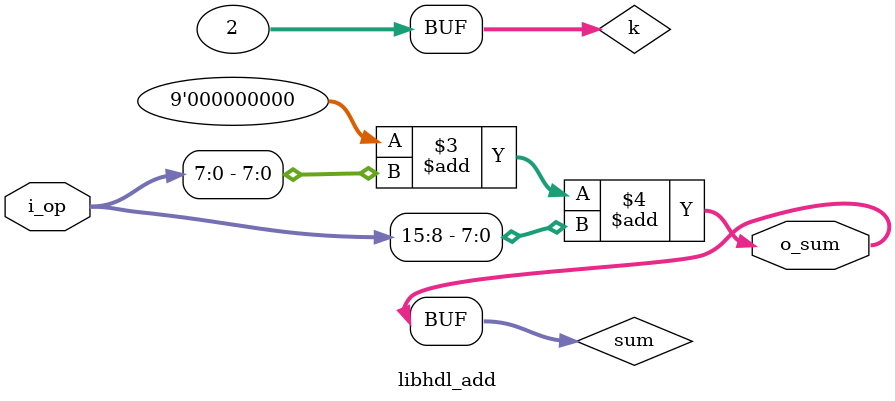
<source format=v>
`timescale 1 ns / 1 ps

module libhdl_add
#(  parameter N = 2,
    parameter W = 8)
(   output wire [W+$clog2(N)-1 : 0] o_sum,
    input  wire [N*W-1 : 0]         i_op);

reg [W+$clog2(N)-1 : 0] sum;
integer k;

always @ (*)
begin
    sum = 0;
    for (k = 0; k < N; k = k + 1) begin
        sum = sum + i_op[k*W +: W];
    end
end

assign o_sum = sum;

endmodule

</source>
